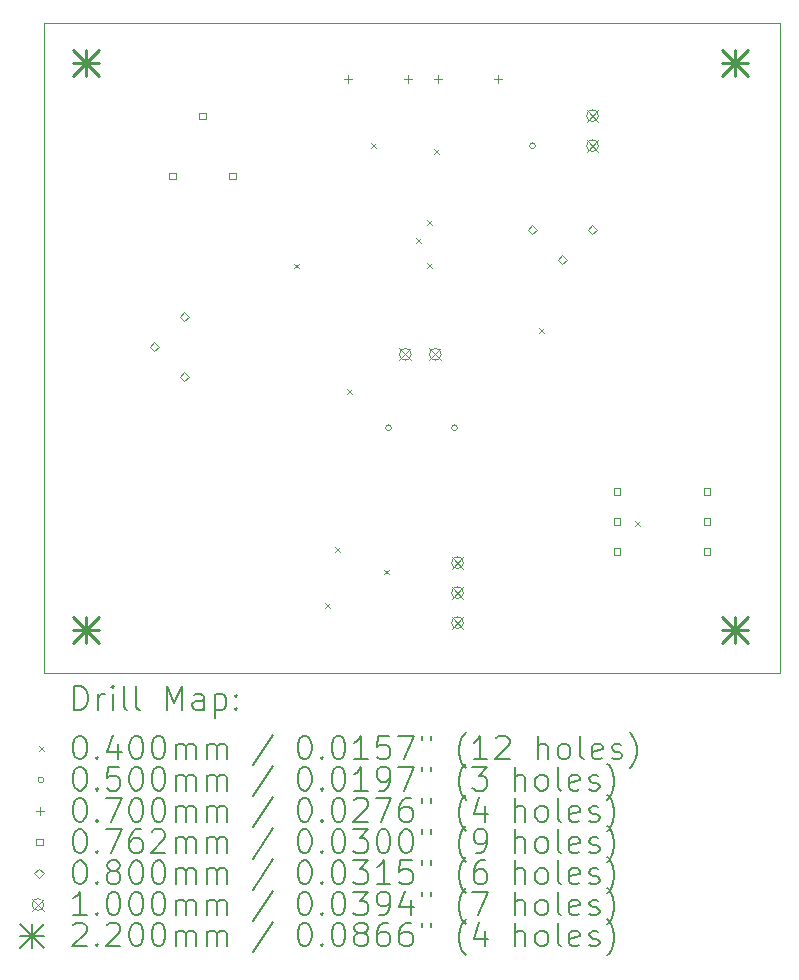
<source format=gbr>
%TF.GenerationSoftware,KiCad,Pcbnew,(6.0.11)*%
%TF.CreationDate,2023-04-19T21:38:36+02:00*%
%TF.ProjectId,FringeLocker,4672696e-6765-44c6-9f63-6b65722e6b69,0.1*%
%TF.SameCoordinates,Original*%
%TF.FileFunction,Drillmap*%
%TF.FilePolarity,Positive*%
%FSLAX45Y45*%
G04 Gerber Fmt 4.5, Leading zero omitted, Abs format (unit mm)*
G04 Created by KiCad (PCBNEW (6.0.11)) date 2023-04-19 21:38:36*
%MOMM*%
%LPD*%
G01*
G04 APERTURE LIST*
%ADD10C,0.100000*%
%ADD11C,0.200000*%
%ADD12C,0.040000*%
%ADD13C,0.050000*%
%ADD14C,0.070000*%
%ADD15C,0.076200*%
%ADD16C,0.080000*%
%ADD17C,0.220000*%
G04 APERTURE END LIST*
D10*
X10600000Y-5315000D02*
X16825000Y-5315000D01*
X16825000Y-5315000D02*
X16825000Y-10810000D01*
X16825000Y-10810000D02*
X10600000Y-10810000D01*
X10600000Y-10810000D02*
X10600000Y-5315000D01*
D11*
D12*
X12716800Y-7347260D02*
X12756800Y-7387260D01*
X12756800Y-7347260D02*
X12716800Y-7387260D01*
X12976100Y-10220800D02*
X13016100Y-10260800D01*
X13016100Y-10220800D02*
X12976100Y-10260800D01*
X13060000Y-9747740D02*
X13100000Y-9787740D01*
X13100000Y-9747740D02*
X13060000Y-9787740D01*
X13162600Y-8412800D02*
X13202600Y-8452800D01*
X13202600Y-8412800D02*
X13162600Y-8452800D01*
X13365800Y-6330000D02*
X13405800Y-6370000D01*
X13405800Y-6330000D02*
X13365800Y-6370000D01*
X13479000Y-9939870D02*
X13519000Y-9979870D01*
X13519000Y-9939870D02*
X13479000Y-9979870D01*
X13744400Y-7129680D02*
X13784400Y-7169680D01*
X13784400Y-7129680D02*
X13744400Y-7169680D01*
X13837700Y-6979230D02*
X13877700Y-7019230D01*
X13877700Y-6979230D02*
X13837700Y-7019230D01*
X13839700Y-7346000D02*
X13879700Y-7386000D01*
X13879700Y-7346000D02*
X13839700Y-7386000D01*
X13899200Y-6380800D02*
X13939200Y-6420800D01*
X13939200Y-6380800D02*
X13899200Y-6420800D01*
X14791000Y-7891850D02*
X14831000Y-7931850D01*
X14831000Y-7891850D02*
X14791000Y-7931850D01*
X15601000Y-9530400D02*
X15641000Y-9570400D01*
X15641000Y-9530400D02*
X15601000Y-9570400D01*
D13*
X13537800Y-8737600D02*
G75*
G03*
X13537800Y-8737600I-25000J0D01*
G01*
X14096600Y-8737600D02*
G75*
G03*
X14096600Y-8737600I-25000J0D01*
G01*
X14757000Y-6350000D02*
G75*
G03*
X14757000Y-6350000I-25000J0D01*
G01*
D14*
X13171000Y-5748000D02*
X13171000Y-5818000D01*
X13136000Y-5783000D02*
X13206000Y-5783000D01*
X13679000Y-5748000D02*
X13679000Y-5818000D01*
X13644000Y-5783000D02*
X13714000Y-5783000D01*
X13933000Y-5748000D02*
X13933000Y-5818000D01*
X13898000Y-5783000D02*
X13968000Y-5783000D01*
X14441000Y-5748000D02*
X14441000Y-5818000D01*
X14406000Y-5783000D02*
X14476000Y-5783000D01*
D15*
X11710941Y-6630941D02*
X11710941Y-6577059D01*
X11657059Y-6577059D01*
X11657059Y-6630941D01*
X11710941Y-6630941D01*
X11964941Y-6122941D02*
X11964941Y-6069059D01*
X11911059Y-6069059D01*
X11911059Y-6122941D01*
X11964941Y-6122941D01*
X12218941Y-6630941D02*
X12218941Y-6577059D01*
X12165059Y-6577059D01*
X12165059Y-6630941D01*
X12218941Y-6630941D01*
X15476491Y-9304291D02*
X15476491Y-9250409D01*
X15422609Y-9250409D01*
X15422609Y-9304291D01*
X15476491Y-9304291D01*
X15476491Y-9558291D02*
X15476491Y-9504409D01*
X15422609Y-9504409D01*
X15422609Y-9558291D01*
X15476491Y-9558291D01*
X15476491Y-9812291D02*
X15476491Y-9758409D01*
X15422609Y-9758409D01*
X15422609Y-9812291D01*
X15476491Y-9812291D01*
X16238491Y-9304291D02*
X16238491Y-9250409D01*
X16184609Y-9250409D01*
X16184609Y-9304291D01*
X16238491Y-9304291D01*
X16238491Y-9558291D02*
X16238491Y-9504409D01*
X16184609Y-9504409D01*
X16184609Y-9558291D01*
X16238491Y-9558291D01*
X16238491Y-9812291D02*
X16238491Y-9758409D01*
X16184609Y-9758409D01*
X16184609Y-9812291D01*
X16238491Y-9812291D01*
D16*
X11531600Y-8091800D02*
X11571600Y-8051800D01*
X11531600Y-8011800D01*
X11491600Y-8051800D01*
X11531600Y-8091800D01*
X11785600Y-7837800D02*
X11825600Y-7797800D01*
X11785600Y-7757800D01*
X11745600Y-7797800D01*
X11785600Y-7837800D01*
X11785600Y-8345800D02*
X11825600Y-8305800D01*
X11785600Y-8265800D01*
X11745600Y-8305800D01*
X11785600Y-8345800D01*
X14732000Y-7100000D02*
X14772000Y-7060000D01*
X14732000Y-7020000D01*
X14692000Y-7060000D01*
X14732000Y-7100000D01*
X14986000Y-7354000D02*
X15026000Y-7314000D01*
X14986000Y-7274000D01*
X14946000Y-7314000D01*
X14986000Y-7354000D01*
X15240000Y-7100000D02*
X15280000Y-7060000D01*
X15240000Y-7020000D01*
X15200000Y-7060000D01*
X15240000Y-7100000D01*
D10*
X13605500Y-8066000D02*
X13705500Y-8166000D01*
X13705500Y-8066000D02*
X13605500Y-8166000D01*
X13705500Y-8116000D02*
G75*
G03*
X13705500Y-8116000I-50000J0D01*
G01*
X13859500Y-8066000D02*
X13959500Y-8166000D01*
X13959500Y-8066000D02*
X13859500Y-8166000D01*
X13959500Y-8116000D02*
G75*
G03*
X13959500Y-8116000I-50000J0D01*
G01*
X14047000Y-9830600D02*
X14147000Y-9930600D01*
X14147000Y-9830600D02*
X14047000Y-9930600D01*
X14147000Y-9880600D02*
G75*
G03*
X14147000Y-9880600I-50000J0D01*
G01*
X14047000Y-10084600D02*
X14147000Y-10184600D01*
X14147000Y-10084600D02*
X14047000Y-10184600D01*
X14147000Y-10134600D02*
G75*
G03*
X14147000Y-10134600I-50000J0D01*
G01*
X14047000Y-10338600D02*
X14147000Y-10438600D01*
X14147000Y-10338600D02*
X14047000Y-10438600D01*
X14147000Y-10388600D02*
G75*
G03*
X14147000Y-10388600I-50000J0D01*
G01*
X15190000Y-6046000D02*
X15290000Y-6146000D01*
X15290000Y-6046000D02*
X15190000Y-6146000D01*
X15290000Y-6096000D02*
G75*
G03*
X15290000Y-6096000I-50000J0D01*
G01*
X15190000Y-6300000D02*
X15290000Y-6400000D01*
X15290000Y-6300000D02*
X15190000Y-6400000D01*
X15290000Y-6350000D02*
G75*
G03*
X15290000Y-6350000I-50000J0D01*
G01*
D17*
X10840000Y-5540000D02*
X11060000Y-5760000D01*
X11060000Y-5540000D02*
X10840000Y-5760000D01*
X10950000Y-5540000D02*
X10950000Y-5760000D01*
X10840000Y-5650000D02*
X11060000Y-5650000D01*
X10840000Y-10340000D02*
X11060000Y-10560000D01*
X11060000Y-10340000D02*
X10840000Y-10560000D01*
X10950000Y-10340000D02*
X10950000Y-10560000D01*
X10840000Y-10450000D02*
X11060000Y-10450000D01*
X16340000Y-5540000D02*
X16560000Y-5760000D01*
X16560000Y-5540000D02*
X16340000Y-5760000D01*
X16450000Y-5540000D02*
X16450000Y-5760000D01*
X16340000Y-5650000D02*
X16560000Y-5650000D01*
X16340000Y-10340000D02*
X16560000Y-10560000D01*
X16560000Y-10340000D02*
X16340000Y-10560000D01*
X16450000Y-10340000D02*
X16450000Y-10560000D01*
X16340000Y-10450000D02*
X16560000Y-10450000D01*
D11*
X10852619Y-11125476D02*
X10852619Y-10925476D01*
X10900238Y-10925476D01*
X10928810Y-10935000D01*
X10947857Y-10954048D01*
X10957381Y-10973095D01*
X10966905Y-11011190D01*
X10966905Y-11039762D01*
X10957381Y-11077857D01*
X10947857Y-11096905D01*
X10928810Y-11115952D01*
X10900238Y-11125476D01*
X10852619Y-11125476D01*
X11052619Y-11125476D02*
X11052619Y-10992143D01*
X11052619Y-11030238D02*
X11062143Y-11011190D01*
X11071667Y-11001667D01*
X11090714Y-10992143D01*
X11109762Y-10992143D01*
X11176429Y-11125476D02*
X11176429Y-10992143D01*
X11176429Y-10925476D02*
X11166905Y-10935000D01*
X11176429Y-10944524D01*
X11185952Y-10935000D01*
X11176429Y-10925476D01*
X11176429Y-10944524D01*
X11300238Y-11125476D02*
X11281190Y-11115952D01*
X11271667Y-11096905D01*
X11271667Y-10925476D01*
X11405000Y-11125476D02*
X11385952Y-11115952D01*
X11376428Y-11096905D01*
X11376428Y-10925476D01*
X11633571Y-11125476D02*
X11633571Y-10925476D01*
X11700238Y-11068333D01*
X11766905Y-10925476D01*
X11766905Y-11125476D01*
X11947857Y-11125476D02*
X11947857Y-11020714D01*
X11938333Y-11001667D01*
X11919286Y-10992143D01*
X11881190Y-10992143D01*
X11862143Y-11001667D01*
X11947857Y-11115952D02*
X11928809Y-11125476D01*
X11881190Y-11125476D01*
X11862143Y-11115952D01*
X11852619Y-11096905D01*
X11852619Y-11077857D01*
X11862143Y-11058810D01*
X11881190Y-11049286D01*
X11928809Y-11049286D01*
X11947857Y-11039762D01*
X12043095Y-10992143D02*
X12043095Y-11192143D01*
X12043095Y-11001667D02*
X12062143Y-10992143D01*
X12100238Y-10992143D01*
X12119286Y-11001667D01*
X12128809Y-11011190D01*
X12138333Y-11030238D01*
X12138333Y-11087381D01*
X12128809Y-11106429D01*
X12119286Y-11115952D01*
X12100238Y-11125476D01*
X12062143Y-11125476D01*
X12043095Y-11115952D01*
X12224048Y-11106429D02*
X12233571Y-11115952D01*
X12224048Y-11125476D01*
X12214524Y-11115952D01*
X12224048Y-11106429D01*
X12224048Y-11125476D01*
X12224048Y-11001667D02*
X12233571Y-11011190D01*
X12224048Y-11020714D01*
X12214524Y-11011190D01*
X12224048Y-11001667D01*
X12224048Y-11020714D01*
D12*
X10555000Y-11435000D02*
X10595000Y-11475000D01*
X10595000Y-11435000D02*
X10555000Y-11475000D01*
D11*
X10890714Y-11345476D02*
X10909762Y-11345476D01*
X10928810Y-11355000D01*
X10938333Y-11364524D01*
X10947857Y-11383571D01*
X10957381Y-11421667D01*
X10957381Y-11469286D01*
X10947857Y-11507381D01*
X10938333Y-11526428D01*
X10928810Y-11535952D01*
X10909762Y-11545476D01*
X10890714Y-11545476D01*
X10871667Y-11535952D01*
X10862143Y-11526428D01*
X10852619Y-11507381D01*
X10843095Y-11469286D01*
X10843095Y-11421667D01*
X10852619Y-11383571D01*
X10862143Y-11364524D01*
X10871667Y-11355000D01*
X10890714Y-11345476D01*
X11043095Y-11526428D02*
X11052619Y-11535952D01*
X11043095Y-11545476D01*
X11033571Y-11535952D01*
X11043095Y-11526428D01*
X11043095Y-11545476D01*
X11224048Y-11412143D02*
X11224048Y-11545476D01*
X11176429Y-11335952D02*
X11128810Y-11478809D01*
X11252619Y-11478809D01*
X11366905Y-11345476D02*
X11385952Y-11345476D01*
X11405000Y-11355000D01*
X11414524Y-11364524D01*
X11424048Y-11383571D01*
X11433571Y-11421667D01*
X11433571Y-11469286D01*
X11424048Y-11507381D01*
X11414524Y-11526428D01*
X11405000Y-11535952D01*
X11385952Y-11545476D01*
X11366905Y-11545476D01*
X11347857Y-11535952D01*
X11338333Y-11526428D01*
X11328809Y-11507381D01*
X11319286Y-11469286D01*
X11319286Y-11421667D01*
X11328809Y-11383571D01*
X11338333Y-11364524D01*
X11347857Y-11355000D01*
X11366905Y-11345476D01*
X11557381Y-11345476D02*
X11576428Y-11345476D01*
X11595476Y-11355000D01*
X11605000Y-11364524D01*
X11614524Y-11383571D01*
X11624048Y-11421667D01*
X11624048Y-11469286D01*
X11614524Y-11507381D01*
X11605000Y-11526428D01*
X11595476Y-11535952D01*
X11576428Y-11545476D01*
X11557381Y-11545476D01*
X11538333Y-11535952D01*
X11528809Y-11526428D01*
X11519286Y-11507381D01*
X11509762Y-11469286D01*
X11509762Y-11421667D01*
X11519286Y-11383571D01*
X11528809Y-11364524D01*
X11538333Y-11355000D01*
X11557381Y-11345476D01*
X11709762Y-11545476D02*
X11709762Y-11412143D01*
X11709762Y-11431190D02*
X11719286Y-11421667D01*
X11738333Y-11412143D01*
X11766905Y-11412143D01*
X11785952Y-11421667D01*
X11795476Y-11440714D01*
X11795476Y-11545476D01*
X11795476Y-11440714D02*
X11805000Y-11421667D01*
X11824048Y-11412143D01*
X11852619Y-11412143D01*
X11871667Y-11421667D01*
X11881190Y-11440714D01*
X11881190Y-11545476D01*
X11976428Y-11545476D02*
X11976428Y-11412143D01*
X11976428Y-11431190D02*
X11985952Y-11421667D01*
X12005000Y-11412143D01*
X12033571Y-11412143D01*
X12052619Y-11421667D01*
X12062143Y-11440714D01*
X12062143Y-11545476D01*
X12062143Y-11440714D02*
X12071667Y-11421667D01*
X12090714Y-11412143D01*
X12119286Y-11412143D01*
X12138333Y-11421667D01*
X12147857Y-11440714D01*
X12147857Y-11545476D01*
X12538333Y-11335952D02*
X12366905Y-11593095D01*
X12795476Y-11345476D02*
X12814524Y-11345476D01*
X12833571Y-11355000D01*
X12843095Y-11364524D01*
X12852619Y-11383571D01*
X12862143Y-11421667D01*
X12862143Y-11469286D01*
X12852619Y-11507381D01*
X12843095Y-11526428D01*
X12833571Y-11535952D01*
X12814524Y-11545476D01*
X12795476Y-11545476D01*
X12776428Y-11535952D01*
X12766905Y-11526428D01*
X12757381Y-11507381D01*
X12747857Y-11469286D01*
X12747857Y-11421667D01*
X12757381Y-11383571D01*
X12766905Y-11364524D01*
X12776428Y-11355000D01*
X12795476Y-11345476D01*
X12947857Y-11526428D02*
X12957381Y-11535952D01*
X12947857Y-11545476D01*
X12938333Y-11535952D01*
X12947857Y-11526428D01*
X12947857Y-11545476D01*
X13081190Y-11345476D02*
X13100238Y-11345476D01*
X13119286Y-11355000D01*
X13128809Y-11364524D01*
X13138333Y-11383571D01*
X13147857Y-11421667D01*
X13147857Y-11469286D01*
X13138333Y-11507381D01*
X13128809Y-11526428D01*
X13119286Y-11535952D01*
X13100238Y-11545476D01*
X13081190Y-11545476D01*
X13062143Y-11535952D01*
X13052619Y-11526428D01*
X13043095Y-11507381D01*
X13033571Y-11469286D01*
X13033571Y-11421667D01*
X13043095Y-11383571D01*
X13052619Y-11364524D01*
X13062143Y-11355000D01*
X13081190Y-11345476D01*
X13338333Y-11545476D02*
X13224048Y-11545476D01*
X13281190Y-11545476D02*
X13281190Y-11345476D01*
X13262143Y-11374048D01*
X13243095Y-11393095D01*
X13224048Y-11402619D01*
X13519286Y-11345476D02*
X13424048Y-11345476D01*
X13414524Y-11440714D01*
X13424048Y-11431190D01*
X13443095Y-11421667D01*
X13490714Y-11421667D01*
X13509762Y-11431190D01*
X13519286Y-11440714D01*
X13528809Y-11459762D01*
X13528809Y-11507381D01*
X13519286Y-11526428D01*
X13509762Y-11535952D01*
X13490714Y-11545476D01*
X13443095Y-11545476D01*
X13424048Y-11535952D01*
X13414524Y-11526428D01*
X13595476Y-11345476D02*
X13728809Y-11345476D01*
X13643095Y-11545476D01*
X13795476Y-11345476D02*
X13795476Y-11383571D01*
X13871667Y-11345476D02*
X13871667Y-11383571D01*
X14166905Y-11621667D02*
X14157381Y-11612143D01*
X14138333Y-11583571D01*
X14128809Y-11564524D01*
X14119286Y-11535952D01*
X14109762Y-11488333D01*
X14109762Y-11450238D01*
X14119286Y-11402619D01*
X14128809Y-11374048D01*
X14138333Y-11355000D01*
X14157381Y-11326428D01*
X14166905Y-11316905D01*
X14347857Y-11545476D02*
X14233571Y-11545476D01*
X14290714Y-11545476D02*
X14290714Y-11345476D01*
X14271667Y-11374048D01*
X14252619Y-11393095D01*
X14233571Y-11402619D01*
X14424048Y-11364524D02*
X14433571Y-11355000D01*
X14452619Y-11345476D01*
X14500238Y-11345476D01*
X14519286Y-11355000D01*
X14528809Y-11364524D01*
X14538333Y-11383571D01*
X14538333Y-11402619D01*
X14528809Y-11431190D01*
X14414524Y-11545476D01*
X14538333Y-11545476D01*
X14776428Y-11545476D02*
X14776428Y-11345476D01*
X14862143Y-11545476D02*
X14862143Y-11440714D01*
X14852619Y-11421667D01*
X14833571Y-11412143D01*
X14805000Y-11412143D01*
X14785952Y-11421667D01*
X14776428Y-11431190D01*
X14985952Y-11545476D02*
X14966905Y-11535952D01*
X14957381Y-11526428D01*
X14947857Y-11507381D01*
X14947857Y-11450238D01*
X14957381Y-11431190D01*
X14966905Y-11421667D01*
X14985952Y-11412143D01*
X15014524Y-11412143D01*
X15033571Y-11421667D01*
X15043095Y-11431190D01*
X15052619Y-11450238D01*
X15052619Y-11507381D01*
X15043095Y-11526428D01*
X15033571Y-11535952D01*
X15014524Y-11545476D01*
X14985952Y-11545476D01*
X15166905Y-11545476D02*
X15147857Y-11535952D01*
X15138333Y-11516905D01*
X15138333Y-11345476D01*
X15319286Y-11535952D02*
X15300238Y-11545476D01*
X15262143Y-11545476D01*
X15243095Y-11535952D01*
X15233571Y-11516905D01*
X15233571Y-11440714D01*
X15243095Y-11421667D01*
X15262143Y-11412143D01*
X15300238Y-11412143D01*
X15319286Y-11421667D01*
X15328809Y-11440714D01*
X15328809Y-11459762D01*
X15233571Y-11478809D01*
X15405000Y-11535952D02*
X15424048Y-11545476D01*
X15462143Y-11545476D01*
X15481190Y-11535952D01*
X15490714Y-11516905D01*
X15490714Y-11507381D01*
X15481190Y-11488333D01*
X15462143Y-11478809D01*
X15433571Y-11478809D01*
X15414524Y-11469286D01*
X15405000Y-11450238D01*
X15405000Y-11440714D01*
X15414524Y-11421667D01*
X15433571Y-11412143D01*
X15462143Y-11412143D01*
X15481190Y-11421667D01*
X15557381Y-11621667D02*
X15566905Y-11612143D01*
X15585952Y-11583571D01*
X15595476Y-11564524D01*
X15605000Y-11535952D01*
X15614524Y-11488333D01*
X15614524Y-11450238D01*
X15605000Y-11402619D01*
X15595476Y-11374048D01*
X15585952Y-11355000D01*
X15566905Y-11326428D01*
X15557381Y-11316905D01*
D13*
X10595000Y-11719000D02*
G75*
G03*
X10595000Y-11719000I-25000J0D01*
G01*
D11*
X10890714Y-11609476D02*
X10909762Y-11609476D01*
X10928810Y-11619000D01*
X10938333Y-11628524D01*
X10947857Y-11647571D01*
X10957381Y-11685667D01*
X10957381Y-11733286D01*
X10947857Y-11771381D01*
X10938333Y-11790428D01*
X10928810Y-11799952D01*
X10909762Y-11809476D01*
X10890714Y-11809476D01*
X10871667Y-11799952D01*
X10862143Y-11790428D01*
X10852619Y-11771381D01*
X10843095Y-11733286D01*
X10843095Y-11685667D01*
X10852619Y-11647571D01*
X10862143Y-11628524D01*
X10871667Y-11619000D01*
X10890714Y-11609476D01*
X11043095Y-11790428D02*
X11052619Y-11799952D01*
X11043095Y-11809476D01*
X11033571Y-11799952D01*
X11043095Y-11790428D01*
X11043095Y-11809476D01*
X11233571Y-11609476D02*
X11138333Y-11609476D01*
X11128810Y-11704714D01*
X11138333Y-11695190D01*
X11157381Y-11685667D01*
X11205000Y-11685667D01*
X11224048Y-11695190D01*
X11233571Y-11704714D01*
X11243095Y-11723762D01*
X11243095Y-11771381D01*
X11233571Y-11790428D01*
X11224048Y-11799952D01*
X11205000Y-11809476D01*
X11157381Y-11809476D01*
X11138333Y-11799952D01*
X11128810Y-11790428D01*
X11366905Y-11609476D02*
X11385952Y-11609476D01*
X11405000Y-11619000D01*
X11414524Y-11628524D01*
X11424048Y-11647571D01*
X11433571Y-11685667D01*
X11433571Y-11733286D01*
X11424048Y-11771381D01*
X11414524Y-11790428D01*
X11405000Y-11799952D01*
X11385952Y-11809476D01*
X11366905Y-11809476D01*
X11347857Y-11799952D01*
X11338333Y-11790428D01*
X11328809Y-11771381D01*
X11319286Y-11733286D01*
X11319286Y-11685667D01*
X11328809Y-11647571D01*
X11338333Y-11628524D01*
X11347857Y-11619000D01*
X11366905Y-11609476D01*
X11557381Y-11609476D02*
X11576428Y-11609476D01*
X11595476Y-11619000D01*
X11605000Y-11628524D01*
X11614524Y-11647571D01*
X11624048Y-11685667D01*
X11624048Y-11733286D01*
X11614524Y-11771381D01*
X11605000Y-11790428D01*
X11595476Y-11799952D01*
X11576428Y-11809476D01*
X11557381Y-11809476D01*
X11538333Y-11799952D01*
X11528809Y-11790428D01*
X11519286Y-11771381D01*
X11509762Y-11733286D01*
X11509762Y-11685667D01*
X11519286Y-11647571D01*
X11528809Y-11628524D01*
X11538333Y-11619000D01*
X11557381Y-11609476D01*
X11709762Y-11809476D02*
X11709762Y-11676143D01*
X11709762Y-11695190D02*
X11719286Y-11685667D01*
X11738333Y-11676143D01*
X11766905Y-11676143D01*
X11785952Y-11685667D01*
X11795476Y-11704714D01*
X11795476Y-11809476D01*
X11795476Y-11704714D02*
X11805000Y-11685667D01*
X11824048Y-11676143D01*
X11852619Y-11676143D01*
X11871667Y-11685667D01*
X11881190Y-11704714D01*
X11881190Y-11809476D01*
X11976428Y-11809476D02*
X11976428Y-11676143D01*
X11976428Y-11695190D02*
X11985952Y-11685667D01*
X12005000Y-11676143D01*
X12033571Y-11676143D01*
X12052619Y-11685667D01*
X12062143Y-11704714D01*
X12062143Y-11809476D01*
X12062143Y-11704714D02*
X12071667Y-11685667D01*
X12090714Y-11676143D01*
X12119286Y-11676143D01*
X12138333Y-11685667D01*
X12147857Y-11704714D01*
X12147857Y-11809476D01*
X12538333Y-11599952D02*
X12366905Y-11857095D01*
X12795476Y-11609476D02*
X12814524Y-11609476D01*
X12833571Y-11619000D01*
X12843095Y-11628524D01*
X12852619Y-11647571D01*
X12862143Y-11685667D01*
X12862143Y-11733286D01*
X12852619Y-11771381D01*
X12843095Y-11790428D01*
X12833571Y-11799952D01*
X12814524Y-11809476D01*
X12795476Y-11809476D01*
X12776428Y-11799952D01*
X12766905Y-11790428D01*
X12757381Y-11771381D01*
X12747857Y-11733286D01*
X12747857Y-11685667D01*
X12757381Y-11647571D01*
X12766905Y-11628524D01*
X12776428Y-11619000D01*
X12795476Y-11609476D01*
X12947857Y-11790428D02*
X12957381Y-11799952D01*
X12947857Y-11809476D01*
X12938333Y-11799952D01*
X12947857Y-11790428D01*
X12947857Y-11809476D01*
X13081190Y-11609476D02*
X13100238Y-11609476D01*
X13119286Y-11619000D01*
X13128809Y-11628524D01*
X13138333Y-11647571D01*
X13147857Y-11685667D01*
X13147857Y-11733286D01*
X13138333Y-11771381D01*
X13128809Y-11790428D01*
X13119286Y-11799952D01*
X13100238Y-11809476D01*
X13081190Y-11809476D01*
X13062143Y-11799952D01*
X13052619Y-11790428D01*
X13043095Y-11771381D01*
X13033571Y-11733286D01*
X13033571Y-11685667D01*
X13043095Y-11647571D01*
X13052619Y-11628524D01*
X13062143Y-11619000D01*
X13081190Y-11609476D01*
X13338333Y-11809476D02*
X13224048Y-11809476D01*
X13281190Y-11809476D02*
X13281190Y-11609476D01*
X13262143Y-11638048D01*
X13243095Y-11657095D01*
X13224048Y-11666619D01*
X13433571Y-11809476D02*
X13471667Y-11809476D01*
X13490714Y-11799952D01*
X13500238Y-11790428D01*
X13519286Y-11761857D01*
X13528809Y-11723762D01*
X13528809Y-11647571D01*
X13519286Y-11628524D01*
X13509762Y-11619000D01*
X13490714Y-11609476D01*
X13452619Y-11609476D01*
X13433571Y-11619000D01*
X13424048Y-11628524D01*
X13414524Y-11647571D01*
X13414524Y-11695190D01*
X13424048Y-11714238D01*
X13433571Y-11723762D01*
X13452619Y-11733286D01*
X13490714Y-11733286D01*
X13509762Y-11723762D01*
X13519286Y-11714238D01*
X13528809Y-11695190D01*
X13595476Y-11609476D02*
X13728809Y-11609476D01*
X13643095Y-11809476D01*
X13795476Y-11609476D02*
X13795476Y-11647571D01*
X13871667Y-11609476D02*
X13871667Y-11647571D01*
X14166905Y-11885667D02*
X14157381Y-11876143D01*
X14138333Y-11847571D01*
X14128809Y-11828524D01*
X14119286Y-11799952D01*
X14109762Y-11752333D01*
X14109762Y-11714238D01*
X14119286Y-11666619D01*
X14128809Y-11638048D01*
X14138333Y-11619000D01*
X14157381Y-11590428D01*
X14166905Y-11580905D01*
X14224048Y-11609476D02*
X14347857Y-11609476D01*
X14281190Y-11685667D01*
X14309762Y-11685667D01*
X14328809Y-11695190D01*
X14338333Y-11704714D01*
X14347857Y-11723762D01*
X14347857Y-11771381D01*
X14338333Y-11790428D01*
X14328809Y-11799952D01*
X14309762Y-11809476D01*
X14252619Y-11809476D01*
X14233571Y-11799952D01*
X14224048Y-11790428D01*
X14585952Y-11809476D02*
X14585952Y-11609476D01*
X14671667Y-11809476D02*
X14671667Y-11704714D01*
X14662143Y-11685667D01*
X14643095Y-11676143D01*
X14614524Y-11676143D01*
X14595476Y-11685667D01*
X14585952Y-11695190D01*
X14795476Y-11809476D02*
X14776428Y-11799952D01*
X14766905Y-11790428D01*
X14757381Y-11771381D01*
X14757381Y-11714238D01*
X14766905Y-11695190D01*
X14776428Y-11685667D01*
X14795476Y-11676143D01*
X14824048Y-11676143D01*
X14843095Y-11685667D01*
X14852619Y-11695190D01*
X14862143Y-11714238D01*
X14862143Y-11771381D01*
X14852619Y-11790428D01*
X14843095Y-11799952D01*
X14824048Y-11809476D01*
X14795476Y-11809476D01*
X14976428Y-11809476D02*
X14957381Y-11799952D01*
X14947857Y-11780905D01*
X14947857Y-11609476D01*
X15128809Y-11799952D02*
X15109762Y-11809476D01*
X15071667Y-11809476D01*
X15052619Y-11799952D01*
X15043095Y-11780905D01*
X15043095Y-11704714D01*
X15052619Y-11685667D01*
X15071667Y-11676143D01*
X15109762Y-11676143D01*
X15128809Y-11685667D01*
X15138333Y-11704714D01*
X15138333Y-11723762D01*
X15043095Y-11742809D01*
X15214524Y-11799952D02*
X15233571Y-11809476D01*
X15271667Y-11809476D01*
X15290714Y-11799952D01*
X15300238Y-11780905D01*
X15300238Y-11771381D01*
X15290714Y-11752333D01*
X15271667Y-11742809D01*
X15243095Y-11742809D01*
X15224048Y-11733286D01*
X15214524Y-11714238D01*
X15214524Y-11704714D01*
X15224048Y-11685667D01*
X15243095Y-11676143D01*
X15271667Y-11676143D01*
X15290714Y-11685667D01*
X15366905Y-11885667D02*
X15376428Y-11876143D01*
X15395476Y-11847571D01*
X15405000Y-11828524D01*
X15414524Y-11799952D01*
X15424048Y-11752333D01*
X15424048Y-11714238D01*
X15414524Y-11666619D01*
X15405000Y-11638048D01*
X15395476Y-11619000D01*
X15376428Y-11590428D01*
X15366905Y-11580905D01*
D14*
X10560000Y-11948000D02*
X10560000Y-12018000D01*
X10525000Y-11983000D02*
X10595000Y-11983000D01*
D11*
X10890714Y-11873476D02*
X10909762Y-11873476D01*
X10928810Y-11883000D01*
X10938333Y-11892524D01*
X10947857Y-11911571D01*
X10957381Y-11949667D01*
X10957381Y-11997286D01*
X10947857Y-12035381D01*
X10938333Y-12054428D01*
X10928810Y-12063952D01*
X10909762Y-12073476D01*
X10890714Y-12073476D01*
X10871667Y-12063952D01*
X10862143Y-12054428D01*
X10852619Y-12035381D01*
X10843095Y-11997286D01*
X10843095Y-11949667D01*
X10852619Y-11911571D01*
X10862143Y-11892524D01*
X10871667Y-11883000D01*
X10890714Y-11873476D01*
X11043095Y-12054428D02*
X11052619Y-12063952D01*
X11043095Y-12073476D01*
X11033571Y-12063952D01*
X11043095Y-12054428D01*
X11043095Y-12073476D01*
X11119286Y-11873476D02*
X11252619Y-11873476D01*
X11166905Y-12073476D01*
X11366905Y-11873476D02*
X11385952Y-11873476D01*
X11405000Y-11883000D01*
X11414524Y-11892524D01*
X11424048Y-11911571D01*
X11433571Y-11949667D01*
X11433571Y-11997286D01*
X11424048Y-12035381D01*
X11414524Y-12054428D01*
X11405000Y-12063952D01*
X11385952Y-12073476D01*
X11366905Y-12073476D01*
X11347857Y-12063952D01*
X11338333Y-12054428D01*
X11328809Y-12035381D01*
X11319286Y-11997286D01*
X11319286Y-11949667D01*
X11328809Y-11911571D01*
X11338333Y-11892524D01*
X11347857Y-11883000D01*
X11366905Y-11873476D01*
X11557381Y-11873476D02*
X11576428Y-11873476D01*
X11595476Y-11883000D01*
X11605000Y-11892524D01*
X11614524Y-11911571D01*
X11624048Y-11949667D01*
X11624048Y-11997286D01*
X11614524Y-12035381D01*
X11605000Y-12054428D01*
X11595476Y-12063952D01*
X11576428Y-12073476D01*
X11557381Y-12073476D01*
X11538333Y-12063952D01*
X11528809Y-12054428D01*
X11519286Y-12035381D01*
X11509762Y-11997286D01*
X11509762Y-11949667D01*
X11519286Y-11911571D01*
X11528809Y-11892524D01*
X11538333Y-11883000D01*
X11557381Y-11873476D01*
X11709762Y-12073476D02*
X11709762Y-11940143D01*
X11709762Y-11959190D02*
X11719286Y-11949667D01*
X11738333Y-11940143D01*
X11766905Y-11940143D01*
X11785952Y-11949667D01*
X11795476Y-11968714D01*
X11795476Y-12073476D01*
X11795476Y-11968714D02*
X11805000Y-11949667D01*
X11824048Y-11940143D01*
X11852619Y-11940143D01*
X11871667Y-11949667D01*
X11881190Y-11968714D01*
X11881190Y-12073476D01*
X11976428Y-12073476D02*
X11976428Y-11940143D01*
X11976428Y-11959190D02*
X11985952Y-11949667D01*
X12005000Y-11940143D01*
X12033571Y-11940143D01*
X12052619Y-11949667D01*
X12062143Y-11968714D01*
X12062143Y-12073476D01*
X12062143Y-11968714D02*
X12071667Y-11949667D01*
X12090714Y-11940143D01*
X12119286Y-11940143D01*
X12138333Y-11949667D01*
X12147857Y-11968714D01*
X12147857Y-12073476D01*
X12538333Y-11863952D02*
X12366905Y-12121095D01*
X12795476Y-11873476D02*
X12814524Y-11873476D01*
X12833571Y-11883000D01*
X12843095Y-11892524D01*
X12852619Y-11911571D01*
X12862143Y-11949667D01*
X12862143Y-11997286D01*
X12852619Y-12035381D01*
X12843095Y-12054428D01*
X12833571Y-12063952D01*
X12814524Y-12073476D01*
X12795476Y-12073476D01*
X12776428Y-12063952D01*
X12766905Y-12054428D01*
X12757381Y-12035381D01*
X12747857Y-11997286D01*
X12747857Y-11949667D01*
X12757381Y-11911571D01*
X12766905Y-11892524D01*
X12776428Y-11883000D01*
X12795476Y-11873476D01*
X12947857Y-12054428D02*
X12957381Y-12063952D01*
X12947857Y-12073476D01*
X12938333Y-12063952D01*
X12947857Y-12054428D01*
X12947857Y-12073476D01*
X13081190Y-11873476D02*
X13100238Y-11873476D01*
X13119286Y-11883000D01*
X13128809Y-11892524D01*
X13138333Y-11911571D01*
X13147857Y-11949667D01*
X13147857Y-11997286D01*
X13138333Y-12035381D01*
X13128809Y-12054428D01*
X13119286Y-12063952D01*
X13100238Y-12073476D01*
X13081190Y-12073476D01*
X13062143Y-12063952D01*
X13052619Y-12054428D01*
X13043095Y-12035381D01*
X13033571Y-11997286D01*
X13033571Y-11949667D01*
X13043095Y-11911571D01*
X13052619Y-11892524D01*
X13062143Y-11883000D01*
X13081190Y-11873476D01*
X13224048Y-11892524D02*
X13233571Y-11883000D01*
X13252619Y-11873476D01*
X13300238Y-11873476D01*
X13319286Y-11883000D01*
X13328809Y-11892524D01*
X13338333Y-11911571D01*
X13338333Y-11930619D01*
X13328809Y-11959190D01*
X13214524Y-12073476D01*
X13338333Y-12073476D01*
X13405000Y-11873476D02*
X13538333Y-11873476D01*
X13452619Y-12073476D01*
X13700238Y-11873476D02*
X13662143Y-11873476D01*
X13643095Y-11883000D01*
X13633571Y-11892524D01*
X13614524Y-11921095D01*
X13605000Y-11959190D01*
X13605000Y-12035381D01*
X13614524Y-12054428D01*
X13624048Y-12063952D01*
X13643095Y-12073476D01*
X13681190Y-12073476D01*
X13700238Y-12063952D01*
X13709762Y-12054428D01*
X13719286Y-12035381D01*
X13719286Y-11987762D01*
X13709762Y-11968714D01*
X13700238Y-11959190D01*
X13681190Y-11949667D01*
X13643095Y-11949667D01*
X13624048Y-11959190D01*
X13614524Y-11968714D01*
X13605000Y-11987762D01*
X13795476Y-11873476D02*
X13795476Y-11911571D01*
X13871667Y-11873476D02*
X13871667Y-11911571D01*
X14166905Y-12149667D02*
X14157381Y-12140143D01*
X14138333Y-12111571D01*
X14128809Y-12092524D01*
X14119286Y-12063952D01*
X14109762Y-12016333D01*
X14109762Y-11978238D01*
X14119286Y-11930619D01*
X14128809Y-11902048D01*
X14138333Y-11883000D01*
X14157381Y-11854428D01*
X14166905Y-11844905D01*
X14328809Y-11940143D02*
X14328809Y-12073476D01*
X14281190Y-11863952D02*
X14233571Y-12006809D01*
X14357381Y-12006809D01*
X14585952Y-12073476D02*
X14585952Y-11873476D01*
X14671667Y-12073476D02*
X14671667Y-11968714D01*
X14662143Y-11949667D01*
X14643095Y-11940143D01*
X14614524Y-11940143D01*
X14595476Y-11949667D01*
X14585952Y-11959190D01*
X14795476Y-12073476D02*
X14776428Y-12063952D01*
X14766905Y-12054428D01*
X14757381Y-12035381D01*
X14757381Y-11978238D01*
X14766905Y-11959190D01*
X14776428Y-11949667D01*
X14795476Y-11940143D01*
X14824048Y-11940143D01*
X14843095Y-11949667D01*
X14852619Y-11959190D01*
X14862143Y-11978238D01*
X14862143Y-12035381D01*
X14852619Y-12054428D01*
X14843095Y-12063952D01*
X14824048Y-12073476D01*
X14795476Y-12073476D01*
X14976428Y-12073476D02*
X14957381Y-12063952D01*
X14947857Y-12044905D01*
X14947857Y-11873476D01*
X15128809Y-12063952D02*
X15109762Y-12073476D01*
X15071667Y-12073476D01*
X15052619Y-12063952D01*
X15043095Y-12044905D01*
X15043095Y-11968714D01*
X15052619Y-11949667D01*
X15071667Y-11940143D01*
X15109762Y-11940143D01*
X15128809Y-11949667D01*
X15138333Y-11968714D01*
X15138333Y-11987762D01*
X15043095Y-12006809D01*
X15214524Y-12063952D02*
X15233571Y-12073476D01*
X15271667Y-12073476D01*
X15290714Y-12063952D01*
X15300238Y-12044905D01*
X15300238Y-12035381D01*
X15290714Y-12016333D01*
X15271667Y-12006809D01*
X15243095Y-12006809D01*
X15224048Y-11997286D01*
X15214524Y-11978238D01*
X15214524Y-11968714D01*
X15224048Y-11949667D01*
X15243095Y-11940143D01*
X15271667Y-11940143D01*
X15290714Y-11949667D01*
X15366905Y-12149667D02*
X15376428Y-12140143D01*
X15395476Y-12111571D01*
X15405000Y-12092524D01*
X15414524Y-12063952D01*
X15424048Y-12016333D01*
X15424048Y-11978238D01*
X15414524Y-11930619D01*
X15405000Y-11902048D01*
X15395476Y-11883000D01*
X15376428Y-11854428D01*
X15366905Y-11844905D01*
D15*
X10583841Y-12273941D02*
X10583841Y-12220059D01*
X10529959Y-12220059D01*
X10529959Y-12273941D01*
X10583841Y-12273941D01*
D11*
X10890714Y-12137476D02*
X10909762Y-12137476D01*
X10928810Y-12147000D01*
X10938333Y-12156524D01*
X10947857Y-12175571D01*
X10957381Y-12213667D01*
X10957381Y-12261286D01*
X10947857Y-12299381D01*
X10938333Y-12318428D01*
X10928810Y-12327952D01*
X10909762Y-12337476D01*
X10890714Y-12337476D01*
X10871667Y-12327952D01*
X10862143Y-12318428D01*
X10852619Y-12299381D01*
X10843095Y-12261286D01*
X10843095Y-12213667D01*
X10852619Y-12175571D01*
X10862143Y-12156524D01*
X10871667Y-12147000D01*
X10890714Y-12137476D01*
X11043095Y-12318428D02*
X11052619Y-12327952D01*
X11043095Y-12337476D01*
X11033571Y-12327952D01*
X11043095Y-12318428D01*
X11043095Y-12337476D01*
X11119286Y-12137476D02*
X11252619Y-12137476D01*
X11166905Y-12337476D01*
X11414524Y-12137476D02*
X11376428Y-12137476D01*
X11357381Y-12147000D01*
X11347857Y-12156524D01*
X11328809Y-12185095D01*
X11319286Y-12223190D01*
X11319286Y-12299381D01*
X11328809Y-12318428D01*
X11338333Y-12327952D01*
X11357381Y-12337476D01*
X11395476Y-12337476D01*
X11414524Y-12327952D01*
X11424048Y-12318428D01*
X11433571Y-12299381D01*
X11433571Y-12251762D01*
X11424048Y-12232714D01*
X11414524Y-12223190D01*
X11395476Y-12213667D01*
X11357381Y-12213667D01*
X11338333Y-12223190D01*
X11328809Y-12232714D01*
X11319286Y-12251762D01*
X11509762Y-12156524D02*
X11519286Y-12147000D01*
X11538333Y-12137476D01*
X11585952Y-12137476D01*
X11605000Y-12147000D01*
X11614524Y-12156524D01*
X11624048Y-12175571D01*
X11624048Y-12194619D01*
X11614524Y-12223190D01*
X11500238Y-12337476D01*
X11624048Y-12337476D01*
X11709762Y-12337476D02*
X11709762Y-12204143D01*
X11709762Y-12223190D02*
X11719286Y-12213667D01*
X11738333Y-12204143D01*
X11766905Y-12204143D01*
X11785952Y-12213667D01*
X11795476Y-12232714D01*
X11795476Y-12337476D01*
X11795476Y-12232714D02*
X11805000Y-12213667D01*
X11824048Y-12204143D01*
X11852619Y-12204143D01*
X11871667Y-12213667D01*
X11881190Y-12232714D01*
X11881190Y-12337476D01*
X11976428Y-12337476D02*
X11976428Y-12204143D01*
X11976428Y-12223190D02*
X11985952Y-12213667D01*
X12005000Y-12204143D01*
X12033571Y-12204143D01*
X12052619Y-12213667D01*
X12062143Y-12232714D01*
X12062143Y-12337476D01*
X12062143Y-12232714D02*
X12071667Y-12213667D01*
X12090714Y-12204143D01*
X12119286Y-12204143D01*
X12138333Y-12213667D01*
X12147857Y-12232714D01*
X12147857Y-12337476D01*
X12538333Y-12127952D02*
X12366905Y-12385095D01*
X12795476Y-12137476D02*
X12814524Y-12137476D01*
X12833571Y-12147000D01*
X12843095Y-12156524D01*
X12852619Y-12175571D01*
X12862143Y-12213667D01*
X12862143Y-12261286D01*
X12852619Y-12299381D01*
X12843095Y-12318428D01*
X12833571Y-12327952D01*
X12814524Y-12337476D01*
X12795476Y-12337476D01*
X12776428Y-12327952D01*
X12766905Y-12318428D01*
X12757381Y-12299381D01*
X12747857Y-12261286D01*
X12747857Y-12213667D01*
X12757381Y-12175571D01*
X12766905Y-12156524D01*
X12776428Y-12147000D01*
X12795476Y-12137476D01*
X12947857Y-12318428D02*
X12957381Y-12327952D01*
X12947857Y-12337476D01*
X12938333Y-12327952D01*
X12947857Y-12318428D01*
X12947857Y-12337476D01*
X13081190Y-12137476D02*
X13100238Y-12137476D01*
X13119286Y-12147000D01*
X13128809Y-12156524D01*
X13138333Y-12175571D01*
X13147857Y-12213667D01*
X13147857Y-12261286D01*
X13138333Y-12299381D01*
X13128809Y-12318428D01*
X13119286Y-12327952D01*
X13100238Y-12337476D01*
X13081190Y-12337476D01*
X13062143Y-12327952D01*
X13052619Y-12318428D01*
X13043095Y-12299381D01*
X13033571Y-12261286D01*
X13033571Y-12213667D01*
X13043095Y-12175571D01*
X13052619Y-12156524D01*
X13062143Y-12147000D01*
X13081190Y-12137476D01*
X13214524Y-12137476D02*
X13338333Y-12137476D01*
X13271667Y-12213667D01*
X13300238Y-12213667D01*
X13319286Y-12223190D01*
X13328809Y-12232714D01*
X13338333Y-12251762D01*
X13338333Y-12299381D01*
X13328809Y-12318428D01*
X13319286Y-12327952D01*
X13300238Y-12337476D01*
X13243095Y-12337476D01*
X13224048Y-12327952D01*
X13214524Y-12318428D01*
X13462143Y-12137476D02*
X13481190Y-12137476D01*
X13500238Y-12147000D01*
X13509762Y-12156524D01*
X13519286Y-12175571D01*
X13528809Y-12213667D01*
X13528809Y-12261286D01*
X13519286Y-12299381D01*
X13509762Y-12318428D01*
X13500238Y-12327952D01*
X13481190Y-12337476D01*
X13462143Y-12337476D01*
X13443095Y-12327952D01*
X13433571Y-12318428D01*
X13424048Y-12299381D01*
X13414524Y-12261286D01*
X13414524Y-12213667D01*
X13424048Y-12175571D01*
X13433571Y-12156524D01*
X13443095Y-12147000D01*
X13462143Y-12137476D01*
X13652619Y-12137476D02*
X13671667Y-12137476D01*
X13690714Y-12147000D01*
X13700238Y-12156524D01*
X13709762Y-12175571D01*
X13719286Y-12213667D01*
X13719286Y-12261286D01*
X13709762Y-12299381D01*
X13700238Y-12318428D01*
X13690714Y-12327952D01*
X13671667Y-12337476D01*
X13652619Y-12337476D01*
X13633571Y-12327952D01*
X13624048Y-12318428D01*
X13614524Y-12299381D01*
X13605000Y-12261286D01*
X13605000Y-12213667D01*
X13614524Y-12175571D01*
X13624048Y-12156524D01*
X13633571Y-12147000D01*
X13652619Y-12137476D01*
X13795476Y-12137476D02*
X13795476Y-12175571D01*
X13871667Y-12137476D02*
X13871667Y-12175571D01*
X14166905Y-12413667D02*
X14157381Y-12404143D01*
X14138333Y-12375571D01*
X14128809Y-12356524D01*
X14119286Y-12327952D01*
X14109762Y-12280333D01*
X14109762Y-12242238D01*
X14119286Y-12194619D01*
X14128809Y-12166048D01*
X14138333Y-12147000D01*
X14157381Y-12118428D01*
X14166905Y-12108905D01*
X14252619Y-12337476D02*
X14290714Y-12337476D01*
X14309762Y-12327952D01*
X14319286Y-12318428D01*
X14338333Y-12289857D01*
X14347857Y-12251762D01*
X14347857Y-12175571D01*
X14338333Y-12156524D01*
X14328809Y-12147000D01*
X14309762Y-12137476D01*
X14271667Y-12137476D01*
X14252619Y-12147000D01*
X14243095Y-12156524D01*
X14233571Y-12175571D01*
X14233571Y-12223190D01*
X14243095Y-12242238D01*
X14252619Y-12251762D01*
X14271667Y-12261286D01*
X14309762Y-12261286D01*
X14328809Y-12251762D01*
X14338333Y-12242238D01*
X14347857Y-12223190D01*
X14585952Y-12337476D02*
X14585952Y-12137476D01*
X14671667Y-12337476D02*
X14671667Y-12232714D01*
X14662143Y-12213667D01*
X14643095Y-12204143D01*
X14614524Y-12204143D01*
X14595476Y-12213667D01*
X14585952Y-12223190D01*
X14795476Y-12337476D02*
X14776428Y-12327952D01*
X14766905Y-12318428D01*
X14757381Y-12299381D01*
X14757381Y-12242238D01*
X14766905Y-12223190D01*
X14776428Y-12213667D01*
X14795476Y-12204143D01*
X14824048Y-12204143D01*
X14843095Y-12213667D01*
X14852619Y-12223190D01*
X14862143Y-12242238D01*
X14862143Y-12299381D01*
X14852619Y-12318428D01*
X14843095Y-12327952D01*
X14824048Y-12337476D01*
X14795476Y-12337476D01*
X14976428Y-12337476D02*
X14957381Y-12327952D01*
X14947857Y-12308905D01*
X14947857Y-12137476D01*
X15128809Y-12327952D02*
X15109762Y-12337476D01*
X15071667Y-12337476D01*
X15052619Y-12327952D01*
X15043095Y-12308905D01*
X15043095Y-12232714D01*
X15052619Y-12213667D01*
X15071667Y-12204143D01*
X15109762Y-12204143D01*
X15128809Y-12213667D01*
X15138333Y-12232714D01*
X15138333Y-12251762D01*
X15043095Y-12270809D01*
X15214524Y-12327952D02*
X15233571Y-12337476D01*
X15271667Y-12337476D01*
X15290714Y-12327952D01*
X15300238Y-12308905D01*
X15300238Y-12299381D01*
X15290714Y-12280333D01*
X15271667Y-12270809D01*
X15243095Y-12270809D01*
X15224048Y-12261286D01*
X15214524Y-12242238D01*
X15214524Y-12232714D01*
X15224048Y-12213667D01*
X15243095Y-12204143D01*
X15271667Y-12204143D01*
X15290714Y-12213667D01*
X15366905Y-12413667D02*
X15376428Y-12404143D01*
X15395476Y-12375571D01*
X15405000Y-12356524D01*
X15414524Y-12327952D01*
X15424048Y-12280333D01*
X15424048Y-12242238D01*
X15414524Y-12194619D01*
X15405000Y-12166048D01*
X15395476Y-12147000D01*
X15376428Y-12118428D01*
X15366905Y-12108905D01*
D16*
X10555000Y-12551000D02*
X10595000Y-12511000D01*
X10555000Y-12471000D01*
X10515000Y-12511000D01*
X10555000Y-12551000D01*
D11*
X10890714Y-12401476D02*
X10909762Y-12401476D01*
X10928810Y-12411000D01*
X10938333Y-12420524D01*
X10947857Y-12439571D01*
X10957381Y-12477667D01*
X10957381Y-12525286D01*
X10947857Y-12563381D01*
X10938333Y-12582428D01*
X10928810Y-12591952D01*
X10909762Y-12601476D01*
X10890714Y-12601476D01*
X10871667Y-12591952D01*
X10862143Y-12582428D01*
X10852619Y-12563381D01*
X10843095Y-12525286D01*
X10843095Y-12477667D01*
X10852619Y-12439571D01*
X10862143Y-12420524D01*
X10871667Y-12411000D01*
X10890714Y-12401476D01*
X11043095Y-12582428D02*
X11052619Y-12591952D01*
X11043095Y-12601476D01*
X11033571Y-12591952D01*
X11043095Y-12582428D01*
X11043095Y-12601476D01*
X11166905Y-12487190D02*
X11147857Y-12477667D01*
X11138333Y-12468143D01*
X11128810Y-12449095D01*
X11128810Y-12439571D01*
X11138333Y-12420524D01*
X11147857Y-12411000D01*
X11166905Y-12401476D01*
X11205000Y-12401476D01*
X11224048Y-12411000D01*
X11233571Y-12420524D01*
X11243095Y-12439571D01*
X11243095Y-12449095D01*
X11233571Y-12468143D01*
X11224048Y-12477667D01*
X11205000Y-12487190D01*
X11166905Y-12487190D01*
X11147857Y-12496714D01*
X11138333Y-12506238D01*
X11128810Y-12525286D01*
X11128810Y-12563381D01*
X11138333Y-12582428D01*
X11147857Y-12591952D01*
X11166905Y-12601476D01*
X11205000Y-12601476D01*
X11224048Y-12591952D01*
X11233571Y-12582428D01*
X11243095Y-12563381D01*
X11243095Y-12525286D01*
X11233571Y-12506238D01*
X11224048Y-12496714D01*
X11205000Y-12487190D01*
X11366905Y-12401476D02*
X11385952Y-12401476D01*
X11405000Y-12411000D01*
X11414524Y-12420524D01*
X11424048Y-12439571D01*
X11433571Y-12477667D01*
X11433571Y-12525286D01*
X11424048Y-12563381D01*
X11414524Y-12582428D01*
X11405000Y-12591952D01*
X11385952Y-12601476D01*
X11366905Y-12601476D01*
X11347857Y-12591952D01*
X11338333Y-12582428D01*
X11328809Y-12563381D01*
X11319286Y-12525286D01*
X11319286Y-12477667D01*
X11328809Y-12439571D01*
X11338333Y-12420524D01*
X11347857Y-12411000D01*
X11366905Y-12401476D01*
X11557381Y-12401476D02*
X11576428Y-12401476D01*
X11595476Y-12411000D01*
X11605000Y-12420524D01*
X11614524Y-12439571D01*
X11624048Y-12477667D01*
X11624048Y-12525286D01*
X11614524Y-12563381D01*
X11605000Y-12582428D01*
X11595476Y-12591952D01*
X11576428Y-12601476D01*
X11557381Y-12601476D01*
X11538333Y-12591952D01*
X11528809Y-12582428D01*
X11519286Y-12563381D01*
X11509762Y-12525286D01*
X11509762Y-12477667D01*
X11519286Y-12439571D01*
X11528809Y-12420524D01*
X11538333Y-12411000D01*
X11557381Y-12401476D01*
X11709762Y-12601476D02*
X11709762Y-12468143D01*
X11709762Y-12487190D02*
X11719286Y-12477667D01*
X11738333Y-12468143D01*
X11766905Y-12468143D01*
X11785952Y-12477667D01*
X11795476Y-12496714D01*
X11795476Y-12601476D01*
X11795476Y-12496714D02*
X11805000Y-12477667D01*
X11824048Y-12468143D01*
X11852619Y-12468143D01*
X11871667Y-12477667D01*
X11881190Y-12496714D01*
X11881190Y-12601476D01*
X11976428Y-12601476D02*
X11976428Y-12468143D01*
X11976428Y-12487190D02*
X11985952Y-12477667D01*
X12005000Y-12468143D01*
X12033571Y-12468143D01*
X12052619Y-12477667D01*
X12062143Y-12496714D01*
X12062143Y-12601476D01*
X12062143Y-12496714D02*
X12071667Y-12477667D01*
X12090714Y-12468143D01*
X12119286Y-12468143D01*
X12138333Y-12477667D01*
X12147857Y-12496714D01*
X12147857Y-12601476D01*
X12538333Y-12391952D02*
X12366905Y-12649095D01*
X12795476Y-12401476D02*
X12814524Y-12401476D01*
X12833571Y-12411000D01*
X12843095Y-12420524D01*
X12852619Y-12439571D01*
X12862143Y-12477667D01*
X12862143Y-12525286D01*
X12852619Y-12563381D01*
X12843095Y-12582428D01*
X12833571Y-12591952D01*
X12814524Y-12601476D01*
X12795476Y-12601476D01*
X12776428Y-12591952D01*
X12766905Y-12582428D01*
X12757381Y-12563381D01*
X12747857Y-12525286D01*
X12747857Y-12477667D01*
X12757381Y-12439571D01*
X12766905Y-12420524D01*
X12776428Y-12411000D01*
X12795476Y-12401476D01*
X12947857Y-12582428D02*
X12957381Y-12591952D01*
X12947857Y-12601476D01*
X12938333Y-12591952D01*
X12947857Y-12582428D01*
X12947857Y-12601476D01*
X13081190Y-12401476D02*
X13100238Y-12401476D01*
X13119286Y-12411000D01*
X13128809Y-12420524D01*
X13138333Y-12439571D01*
X13147857Y-12477667D01*
X13147857Y-12525286D01*
X13138333Y-12563381D01*
X13128809Y-12582428D01*
X13119286Y-12591952D01*
X13100238Y-12601476D01*
X13081190Y-12601476D01*
X13062143Y-12591952D01*
X13052619Y-12582428D01*
X13043095Y-12563381D01*
X13033571Y-12525286D01*
X13033571Y-12477667D01*
X13043095Y-12439571D01*
X13052619Y-12420524D01*
X13062143Y-12411000D01*
X13081190Y-12401476D01*
X13214524Y-12401476D02*
X13338333Y-12401476D01*
X13271667Y-12477667D01*
X13300238Y-12477667D01*
X13319286Y-12487190D01*
X13328809Y-12496714D01*
X13338333Y-12515762D01*
X13338333Y-12563381D01*
X13328809Y-12582428D01*
X13319286Y-12591952D01*
X13300238Y-12601476D01*
X13243095Y-12601476D01*
X13224048Y-12591952D01*
X13214524Y-12582428D01*
X13528809Y-12601476D02*
X13414524Y-12601476D01*
X13471667Y-12601476D02*
X13471667Y-12401476D01*
X13452619Y-12430048D01*
X13433571Y-12449095D01*
X13414524Y-12458619D01*
X13709762Y-12401476D02*
X13614524Y-12401476D01*
X13605000Y-12496714D01*
X13614524Y-12487190D01*
X13633571Y-12477667D01*
X13681190Y-12477667D01*
X13700238Y-12487190D01*
X13709762Y-12496714D01*
X13719286Y-12515762D01*
X13719286Y-12563381D01*
X13709762Y-12582428D01*
X13700238Y-12591952D01*
X13681190Y-12601476D01*
X13633571Y-12601476D01*
X13614524Y-12591952D01*
X13605000Y-12582428D01*
X13795476Y-12401476D02*
X13795476Y-12439571D01*
X13871667Y-12401476D02*
X13871667Y-12439571D01*
X14166905Y-12677667D02*
X14157381Y-12668143D01*
X14138333Y-12639571D01*
X14128809Y-12620524D01*
X14119286Y-12591952D01*
X14109762Y-12544333D01*
X14109762Y-12506238D01*
X14119286Y-12458619D01*
X14128809Y-12430048D01*
X14138333Y-12411000D01*
X14157381Y-12382428D01*
X14166905Y-12372905D01*
X14328809Y-12401476D02*
X14290714Y-12401476D01*
X14271667Y-12411000D01*
X14262143Y-12420524D01*
X14243095Y-12449095D01*
X14233571Y-12487190D01*
X14233571Y-12563381D01*
X14243095Y-12582428D01*
X14252619Y-12591952D01*
X14271667Y-12601476D01*
X14309762Y-12601476D01*
X14328809Y-12591952D01*
X14338333Y-12582428D01*
X14347857Y-12563381D01*
X14347857Y-12515762D01*
X14338333Y-12496714D01*
X14328809Y-12487190D01*
X14309762Y-12477667D01*
X14271667Y-12477667D01*
X14252619Y-12487190D01*
X14243095Y-12496714D01*
X14233571Y-12515762D01*
X14585952Y-12601476D02*
X14585952Y-12401476D01*
X14671667Y-12601476D02*
X14671667Y-12496714D01*
X14662143Y-12477667D01*
X14643095Y-12468143D01*
X14614524Y-12468143D01*
X14595476Y-12477667D01*
X14585952Y-12487190D01*
X14795476Y-12601476D02*
X14776428Y-12591952D01*
X14766905Y-12582428D01*
X14757381Y-12563381D01*
X14757381Y-12506238D01*
X14766905Y-12487190D01*
X14776428Y-12477667D01*
X14795476Y-12468143D01*
X14824048Y-12468143D01*
X14843095Y-12477667D01*
X14852619Y-12487190D01*
X14862143Y-12506238D01*
X14862143Y-12563381D01*
X14852619Y-12582428D01*
X14843095Y-12591952D01*
X14824048Y-12601476D01*
X14795476Y-12601476D01*
X14976428Y-12601476D02*
X14957381Y-12591952D01*
X14947857Y-12572905D01*
X14947857Y-12401476D01*
X15128809Y-12591952D02*
X15109762Y-12601476D01*
X15071667Y-12601476D01*
X15052619Y-12591952D01*
X15043095Y-12572905D01*
X15043095Y-12496714D01*
X15052619Y-12477667D01*
X15071667Y-12468143D01*
X15109762Y-12468143D01*
X15128809Y-12477667D01*
X15138333Y-12496714D01*
X15138333Y-12515762D01*
X15043095Y-12534809D01*
X15214524Y-12591952D02*
X15233571Y-12601476D01*
X15271667Y-12601476D01*
X15290714Y-12591952D01*
X15300238Y-12572905D01*
X15300238Y-12563381D01*
X15290714Y-12544333D01*
X15271667Y-12534809D01*
X15243095Y-12534809D01*
X15224048Y-12525286D01*
X15214524Y-12506238D01*
X15214524Y-12496714D01*
X15224048Y-12477667D01*
X15243095Y-12468143D01*
X15271667Y-12468143D01*
X15290714Y-12477667D01*
X15366905Y-12677667D02*
X15376428Y-12668143D01*
X15395476Y-12639571D01*
X15405000Y-12620524D01*
X15414524Y-12591952D01*
X15424048Y-12544333D01*
X15424048Y-12506238D01*
X15414524Y-12458619D01*
X15405000Y-12430048D01*
X15395476Y-12411000D01*
X15376428Y-12382428D01*
X15366905Y-12372905D01*
D10*
X10495000Y-12725000D02*
X10595000Y-12825000D01*
X10595000Y-12725000D02*
X10495000Y-12825000D01*
X10595000Y-12775000D02*
G75*
G03*
X10595000Y-12775000I-50000J0D01*
G01*
D11*
X10957381Y-12865476D02*
X10843095Y-12865476D01*
X10900238Y-12865476D02*
X10900238Y-12665476D01*
X10881190Y-12694048D01*
X10862143Y-12713095D01*
X10843095Y-12722619D01*
X11043095Y-12846428D02*
X11052619Y-12855952D01*
X11043095Y-12865476D01*
X11033571Y-12855952D01*
X11043095Y-12846428D01*
X11043095Y-12865476D01*
X11176429Y-12665476D02*
X11195476Y-12665476D01*
X11214524Y-12675000D01*
X11224048Y-12684524D01*
X11233571Y-12703571D01*
X11243095Y-12741667D01*
X11243095Y-12789286D01*
X11233571Y-12827381D01*
X11224048Y-12846428D01*
X11214524Y-12855952D01*
X11195476Y-12865476D01*
X11176429Y-12865476D01*
X11157381Y-12855952D01*
X11147857Y-12846428D01*
X11138333Y-12827381D01*
X11128810Y-12789286D01*
X11128810Y-12741667D01*
X11138333Y-12703571D01*
X11147857Y-12684524D01*
X11157381Y-12675000D01*
X11176429Y-12665476D01*
X11366905Y-12665476D02*
X11385952Y-12665476D01*
X11405000Y-12675000D01*
X11414524Y-12684524D01*
X11424048Y-12703571D01*
X11433571Y-12741667D01*
X11433571Y-12789286D01*
X11424048Y-12827381D01*
X11414524Y-12846428D01*
X11405000Y-12855952D01*
X11385952Y-12865476D01*
X11366905Y-12865476D01*
X11347857Y-12855952D01*
X11338333Y-12846428D01*
X11328809Y-12827381D01*
X11319286Y-12789286D01*
X11319286Y-12741667D01*
X11328809Y-12703571D01*
X11338333Y-12684524D01*
X11347857Y-12675000D01*
X11366905Y-12665476D01*
X11557381Y-12665476D02*
X11576428Y-12665476D01*
X11595476Y-12675000D01*
X11605000Y-12684524D01*
X11614524Y-12703571D01*
X11624048Y-12741667D01*
X11624048Y-12789286D01*
X11614524Y-12827381D01*
X11605000Y-12846428D01*
X11595476Y-12855952D01*
X11576428Y-12865476D01*
X11557381Y-12865476D01*
X11538333Y-12855952D01*
X11528809Y-12846428D01*
X11519286Y-12827381D01*
X11509762Y-12789286D01*
X11509762Y-12741667D01*
X11519286Y-12703571D01*
X11528809Y-12684524D01*
X11538333Y-12675000D01*
X11557381Y-12665476D01*
X11709762Y-12865476D02*
X11709762Y-12732143D01*
X11709762Y-12751190D02*
X11719286Y-12741667D01*
X11738333Y-12732143D01*
X11766905Y-12732143D01*
X11785952Y-12741667D01*
X11795476Y-12760714D01*
X11795476Y-12865476D01*
X11795476Y-12760714D02*
X11805000Y-12741667D01*
X11824048Y-12732143D01*
X11852619Y-12732143D01*
X11871667Y-12741667D01*
X11881190Y-12760714D01*
X11881190Y-12865476D01*
X11976428Y-12865476D02*
X11976428Y-12732143D01*
X11976428Y-12751190D02*
X11985952Y-12741667D01*
X12005000Y-12732143D01*
X12033571Y-12732143D01*
X12052619Y-12741667D01*
X12062143Y-12760714D01*
X12062143Y-12865476D01*
X12062143Y-12760714D02*
X12071667Y-12741667D01*
X12090714Y-12732143D01*
X12119286Y-12732143D01*
X12138333Y-12741667D01*
X12147857Y-12760714D01*
X12147857Y-12865476D01*
X12538333Y-12655952D02*
X12366905Y-12913095D01*
X12795476Y-12665476D02*
X12814524Y-12665476D01*
X12833571Y-12675000D01*
X12843095Y-12684524D01*
X12852619Y-12703571D01*
X12862143Y-12741667D01*
X12862143Y-12789286D01*
X12852619Y-12827381D01*
X12843095Y-12846428D01*
X12833571Y-12855952D01*
X12814524Y-12865476D01*
X12795476Y-12865476D01*
X12776428Y-12855952D01*
X12766905Y-12846428D01*
X12757381Y-12827381D01*
X12747857Y-12789286D01*
X12747857Y-12741667D01*
X12757381Y-12703571D01*
X12766905Y-12684524D01*
X12776428Y-12675000D01*
X12795476Y-12665476D01*
X12947857Y-12846428D02*
X12957381Y-12855952D01*
X12947857Y-12865476D01*
X12938333Y-12855952D01*
X12947857Y-12846428D01*
X12947857Y-12865476D01*
X13081190Y-12665476D02*
X13100238Y-12665476D01*
X13119286Y-12675000D01*
X13128809Y-12684524D01*
X13138333Y-12703571D01*
X13147857Y-12741667D01*
X13147857Y-12789286D01*
X13138333Y-12827381D01*
X13128809Y-12846428D01*
X13119286Y-12855952D01*
X13100238Y-12865476D01*
X13081190Y-12865476D01*
X13062143Y-12855952D01*
X13052619Y-12846428D01*
X13043095Y-12827381D01*
X13033571Y-12789286D01*
X13033571Y-12741667D01*
X13043095Y-12703571D01*
X13052619Y-12684524D01*
X13062143Y-12675000D01*
X13081190Y-12665476D01*
X13214524Y-12665476D02*
X13338333Y-12665476D01*
X13271667Y-12741667D01*
X13300238Y-12741667D01*
X13319286Y-12751190D01*
X13328809Y-12760714D01*
X13338333Y-12779762D01*
X13338333Y-12827381D01*
X13328809Y-12846428D01*
X13319286Y-12855952D01*
X13300238Y-12865476D01*
X13243095Y-12865476D01*
X13224048Y-12855952D01*
X13214524Y-12846428D01*
X13433571Y-12865476D02*
X13471667Y-12865476D01*
X13490714Y-12855952D01*
X13500238Y-12846428D01*
X13519286Y-12817857D01*
X13528809Y-12779762D01*
X13528809Y-12703571D01*
X13519286Y-12684524D01*
X13509762Y-12675000D01*
X13490714Y-12665476D01*
X13452619Y-12665476D01*
X13433571Y-12675000D01*
X13424048Y-12684524D01*
X13414524Y-12703571D01*
X13414524Y-12751190D01*
X13424048Y-12770238D01*
X13433571Y-12779762D01*
X13452619Y-12789286D01*
X13490714Y-12789286D01*
X13509762Y-12779762D01*
X13519286Y-12770238D01*
X13528809Y-12751190D01*
X13700238Y-12732143D02*
X13700238Y-12865476D01*
X13652619Y-12655952D02*
X13605000Y-12798809D01*
X13728809Y-12798809D01*
X13795476Y-12665476D02*
X13795476Y-12703571D01*
X13871667Y-12665476D02*
X13871667Y-12703571D01*
X14166905Y-12941667D02*
X14157381Y-12932143D01*
X14138333Y-12903571D01*
X14128809Y-12884524D01*
X14119286Y-12855952D01*
X14109762Y-12808333D01*
X14109762Y-12770238D01*
X14119286Y-12722619D01*
X14128809Y-12694048D01*
X14138333Y-12675000D01*
X14157381Y-12646428D01*
X14166905Y-12636905D01*
X14224048Y-12665476D02*
X14357381Y-12665476D01*
X14271667Y-12865476D01*
X14585952Y-12865476D02*
X14585952Y-12665476D01*
X14671667Y-12865476D02*
X14671667Y-12760714D01*
X14662143Y-12741667D01*
X14643095Y-12732143D01*
X14614524Y-12732143D01*
X14595476Y-12741667D01*
X14585952Y-12751190D01*
X14795476Y-12865476D02*
X14776428Y-12855952D01*
X14766905Y-12846428D01*
X14757381Y-12827381D01*
X14757381Y-12770238D01*
X14766905Y-12751190D01*
X14776428Y-12741667D01*
X14795476Y-12732143D01*
X14824048Y-12732143D01*
X14843095Y-12741667D01*
X14852619Y-12751190D01*
X14862143Y-12770238D01*
X14862143Y-12827381D01*
X14852619Y-12846428D01*
X14843095Y-12855952D01*
X14824048Y-12865476D01*
X14795476Y-12865476D01*
X14976428Y-12865476D02*
X14957381Y-12855952D01*
X14947857Y-12836905D01*
X14947857Y-12665476D01*
X15128809Y-12855952D02*
X15109762Y-12865476D01*
X15071667Y-12865476D01*
X15052619Y-12855952D01*
X15043095Y-12836905D01*
X15043095Y-12760714D01*
X15052619Y-12741667D01*
X15071667Y-12732143D01*
X15109762Y-12732143D01*
X15128809Y-12741667D01*
X15138333Y-12760714D01*
X15138333Y-12779762D01*
X15043095Y-12798809D01*
X15214524Y-12855952D02*
X15233571Y-12865476D01*
X15271667Y-12865476D01*
X15290714Y-12855952D01*
X15300238Y-12836905D01*
X15300238Y-12827381D01*
X15290714Y-12808333D01*
X15271667Y-12798809D01*
X15243095Y-12798809D01*
X15224048Y-12789286D01*
X15214524Y-12770238D01*
X15214524Y-12760714D01*
X15224048Y-12741667D01*
X15243095Y-12732143D01*
X15271667Y-12732143D01*
X15290714Y-12741667D01*
X15366905Y-12941667D02*
X15376428Y-12932143D01*
X15395476Y-12903571D01*
X15405000Y-12884524D01*
X15414524Y-12855952D01*
X15424048Y-12808333D01*
X15424048Y-12770238D01*
X15414524Y-12722619D01*
X15405000Y-12694048D01*
X15395476Y-12675000D01*
X15376428Y-12646428D01*
X15366905Y-12636905D01*
X10395000Y-12939000D02*
X10595000Y-13139000D01*
X10595000Y-12939000D02*
X10395000Y-13139000D01*
X10495000Y-12939000D02*
X10495000Y-13139000D01*
X10395000Y-13039000D02*
X10595000Y-13039000D01*
X10843095Y-12948524D02*
X10852619Y-12939000D01*
X10871667Y-12929476D01*
X10919286Y-12929476D01*
X10938333Y-12939000D01*
X10947857Y-12948524D01*
X10957381Y-12967571D01*
X10957381Y-12986619D01*
X10947857Y-13015190D01*
X10833571Y-13129476D01*
X10957381Y-13129476D01*
X11043095Y-13110428D02*
X11052619Y-13119952D01*
X11043095Y-13129476D01*
X11033571Y-13119952D01*
X11043095Y-13110428D01*
X11043095Y-13129476D01*
X11128810Y-12948524D02*
X11138333Y-12939000D01*
X11157381Y-12929476D01*
X11205000Y-12929476D01*
X11224048Y-12939000D01*
X11233571Y-12948524D01*
X11243095Y-12967571D01*
X11243095Y-12986619D01*
X11233571Y-13015190D01*
X11119286Y-13129476D01*
X11243095Y-13129476D01*
X11366905Y-12929476D02*
X11385952Y-12929476D01*
X11405000Y-12939000D01*
X11414524Y-12948524D01*
X11424048Y-12967571D01*
X11433571Y-13005667D01*
X11433571Y-13053286D01*
X11424048Y-13091381D01*
X11414524Y-13110428D01*
X11405000Y-13119952D01*
X11385952Y-13129476D01*
X11366905Y-13129476D01*
X11347857Y-13119952D01*
X11338333Y-13110428D01*
X11328809Y-13091381D01*
X11319286Y-13053286D01*
X11319286Y-13005667D01*
X11328809Y-12967571D01*
X11338333Y-12948524D01*
X11347857Y-12939000D01*
X11366905Y-12929476D01*
X11557381Y-12929476D02*
X11576428Y-12929476D01*
X11595476Y-12939000D01*
X11605000Y-12948524D01*
X11614524Y-12967571D01*
X11624048Y-13005667D01*
X11624048Y-13053286D01*
X11614524Y-13091381D01*
X11605000Y-13110428D01*
X11595476Y-13119952D01*
X11576428Y-13129476D01*
X11557381Y-13129476D01*
X11538333Y-13119952D01*
X11528809Y-13110428D01*
X11519286Y-13091381D01*
X11509762Y-13053286D01*
X11509762Y-13005667D01*
X11519286Y-12967571D01*
X11528809Y-12948524D01*
X11538333Y-12939000D01*
X11557381Y-12929476D01*
X11709762Y-13129476D02*
X11709762Y-12996143D01*
X11709762Y-13015190D02*
X11719286Y-13005667D01*
X11738333Y-12996143D01*
X11766905Y-12996143D01*
X11785952Y-13005667D01*
X11795476Y-13024714D01*
X11795476Y-13129476D01*
X11795476Y-13024714D02*
X11805000Y-13005667D01*
X11824048Y-12996143D01*
X11852619Y-12996143D01*
X11871667Y-13005667D01*
X11881190Y-13024714D01*
X11881190Y-13129476D01*
X11976428Y-13129476D02*
X11976428Y-12996143D01*
X11976428Y-13015190D02*
X11985952Y-13005667D01*
X12005000Y-12996143D01*
X12033571Y-12996143D01*
X12052619Y-13005667D01*
X12062143Y-13024714D01*
X12062143Y-13129476D01*
X12062143Y-13024714D02*
X12071667Y-13005667D01*
X12090714Y-12996143D01*
X12119286Y-12996143D01*
X12138333Y-13005667D01*
X12147857Y-13024714D01*
X12147857Y-13129476D01*
X12538333Y-12919952D02*
X12366905Y-13177095D01*
X12795476Y-12929476D02*
X12814524Y-12929476D01*
X12833571Y-12939000D01*
X12843095Y-12948524D01*
X12852619Y-12967571D01*
X12862143Y-13005667D01*
X12862143Y-13053286D01*
X12852619Y-13091381D01*
X12843095Y-13110428D01*
X12833571Y-13119952D01*
X12814524Y-13129476D01*
X12795476Y-13129476D01*
X12776428Y-13119952D01*
X12766905Y-13110428D01*
X12757381Y-13091381D01*
X12747857Y-13053286D01*
X12747857Y-13005667D01*
X12757381Y-12967571D01*
X12766905Y-12948524D01*
X12776428Y-12939000D01*
X12795476Y-12929476D01*
X12947857Y-13110428D02*
X12957381Y-13119952D01*
X12947857Y-13129476D01*
X12938333Y-13119952D01*
X12947857Y-13110428D01*
X12947857Y-13129476D01*
X13081190Y-12929476D02*
X13100238Y-12929476D01*
X13119286Y-12939000D01*
X13128809Y-12948524D01*
X13138333Y-12967571D01*
X13147857Y-13005667D01*
X13147857Y-13053286D01*
X13138333Y-13091381D01*
X13128809Y-13110428D01*
X13119286Y-13119952D01*
X13100238Y-13129476D01*
X13081190Y-13129476D01*
X13062143Y-13119952D01*
X13052619Y-13110428D01*
X13043095Y-13091381D01*
X13033571Y-13053286D01*
X13033571Y-13005667D01*
X13043095Y-12967571D01*
X13052619Y-12948524D01*
X13062143Y-12939000D01*
X13081190Y-12929476D01*
X13262143Y-13015190D02*
X13243095Y-13005667D01*
X13233571Y-12996143D01*
X13224048Y-12977095D01*
X13224048Y-12967571D01*
X13233571Y-12948524D01*
X13243095Y-12939000D01*
X13262143Y-12929476D01*
X13300238Y-12929476D01*
X13319286Y-12939000D01*
X13328809Y-12948524D01*
X13338333Y-12967571D01*
X13338333Y-12977095D01*
X13328809Y-12996143D01*
X13319286Y-13005667D01*
X13300238Y-13015190D01*
X13262143Y-13015190D01*
X13243095Y-13024714D01*
X13233571Y-13034238D01*
X13224048Y-13053286D01*
X13224048Y-13091381D01*
X13233571Y-13110428D01*
X13243095Y-13119952D01*
X13262143Y-13129476D01*
X13300238Y-13129476D01*
X13319286Y-13119952D01*
X13328809Y-13110428D01*
X13338333Y-13091381D01*
X13338333Y-13053286D01*
X13328809Y-13034238D01*
X13319286Y-13024714D01*
X13300238Y-13015190D01*
X13509762Y-12929476D02*
X13471667Y-12929476D01*
X13452619Y-12939000D01*
X13443095Y-12948524D01*
X13424048Y-12977095D01*
X13414524Y-13015190D01*
X13414524Y-13091381D01*
X13424048Y-13110428D01*
X13433571Y-13119952D01*
X13452619Y-13129476D01*
X13490714Y-13129476D01*
X13509762Y-13119952D01*
X13519286Y-13110428D01*
X13528809Y-13091381D01*
X13528809Y-13043762D01*
X13519286Y-13024714D01*
X13509762Y-13015190D01*
X13490714Y-13005667D01*
X13452619Y-13005667D01*
X13433571Y-13015190D01*
X13424048Y-13024714D01*
X13414524Y-13043762D01*
X13700238Y-12929476D02*
X13662143Y-12929476D01*
X13643095Y-12939000D01*
X13633571Y-12948524D01*
X13614524Y-12977095D01*
X13605000Y-13015190D01*
X13605000Y-13091381D01*
X13614524Y-13110428D01*
X13624048Y-13119952D01*
X13643095Y-13129476D01*
X13681190Y-13129476D01*
X13700238Y-13119952D01*
X13709762Y-13110428D01*
X13719286Y-13091381D01*
X13719286Y-13043762D01*
X13709762Y-13024714D01*
X13700238Y-13015190D01*
X13681190Y-13005667D01*
X13643095Y-13005667D01*
X13624048Y-13015190D01*
X13614524Y-13024714D01*
X13605000Y-13043762D01*
X13795476Y-12929476D02*
X13795476Y-12967571D01*
X13871667Y-12929476D02*
X13871667Y-12967571D01*
X14166905Y-13205667D02*
X14157381Y-13196143D01*
X14138333Y-13167571D01*
X14128809Y-13148524D01*
X14119286Y-13119952D01*
X14109762Y-13072333D01*
X14109762Y-13034238D01*
X14119286Y-12986619D01*
X14128809Y-12958048D01*
X14138333Y-12939000D01*
X14157381Y-12910428D01*
X14166905Y-12900905D01*
X14328809Y-12996143D02*
X14328809Y-13129476D01*
X14281190Y-12919952D02*
X14233571Y-13062809D01*
X14357381Y-13062809D01*
X14585952Y-13129476D02*
X14585952Y-12929476D01*
X14671667Y-13129476D02*
X14671667Y-13024714D01*
X14662143Y-13005667D01*
X14643095Y-12996143D01*
X14614524Y-12996143D01*
X14595476Y-13005667D01*
X14585952Y-13015190D01*
X14795476Y-13129476D02*
X14776428Y-13119952D01*
X14766905Y-13110428D01*
X14757381Y-13091381D01*
X14757381Y-13034238D01*
X14766905Y-13015190D01*
X14776428Y-13005667D01*
X14795476Y-12996143D01*
X14824048Y-12996143D01*
X14843095Y-13005667D01*
X14852619Y-13015190D01*
X14862143Y-13034238D01*
X14862143Y-13091381D01*
X14852619Y-13110428D01*
X14843095Y-13119952D01*
X14824048Y-13129476D01*
X14795476Y-13129476D01*
X14976428Y-13129476D02*
X14957381Y-13119952D01*
X14947857Y-13100905D01*
X14947857Y-12929476D01*
X15128809Y-13119952D02*
X15109762Y-13129476D01*
X15071667Y-13129476D01*
X15052619Y-13119952D01*
X15043095Y-13100905D01*
X15043095Y-13024714D01*
X15052619Y-13005667D01*
X15071667Y-12996143D01*
X15109762Y-12996143D01*
X15128809Y-13005667D01*
X15138333Y-13024714D01*
X15138333Y-13043762D01*
X15043095Y-13062809D01*
X15214524Y-13119952D02*
X15233571Y-13129476D01*
X15271667Y-13129476D01*
X15290714Y-13119952D01*
X15300238Y-13100905D01*
X15300238Y-13091381D01*
X15290714Y-13072333D01*
X15271667Y-13062809D01*
X15243095Y-13062809D01*
X15224048Y-13053286D01*
X15214524Y-13034238D01*
X15214524Y-13024714D01*
X15224048Y-13005667D01*
X15243095Y-12996143D01*
X15271667Y-12996143D01*
X15290714Y-13005667D01*
X15366905Y-13205667D02*
X15376428Y-13196143D01*
X15395476Y-13167571D01*
X15405000Y-13148524D01*
X15414524Y-13119952D01*
X15424048Y-13072333D01*
X15424048Y-13034238D01*
X15414524Y-12986619D01*
X15405000Y-12958048D01*
X15395476Y-12939000D01*
X15376428Y-12910428D01*
X15366905Y-12900905D01*
M02*

</source>
